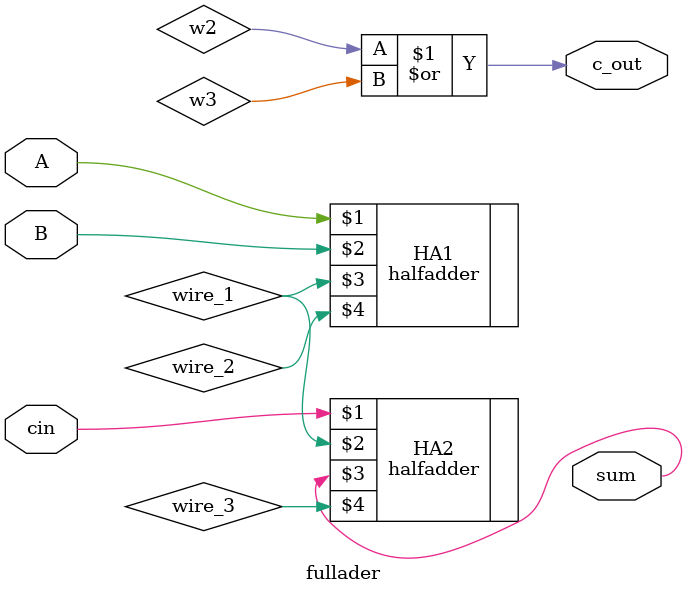
<source format=v>
`include "halfadder.v"

module  fullader(A,B,cin,sum,c_out);
   input  A,B,cin;
   output sum,c_out;
   wire wire_1,wire_2,wire_3;
   halfadder HA1(A,B,wire_1,wire_2);
   halfadder HA2(  cin,wire_1,sum,wire_3);
    or(c_out,w2,w3);

endmodule
</source>
